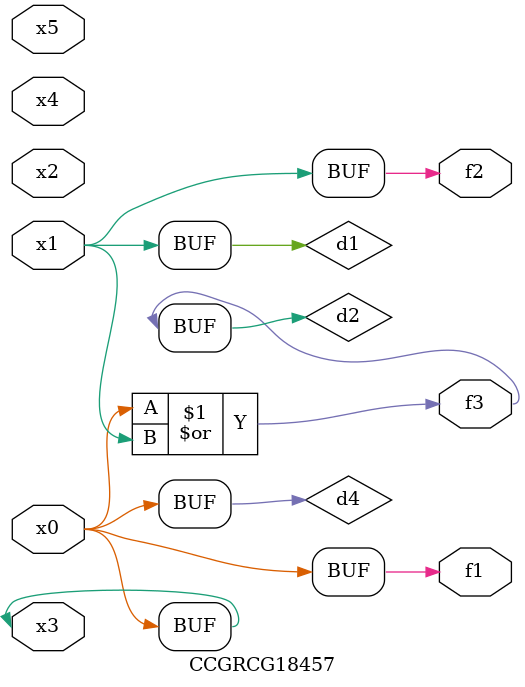
<source format=v>
module CCGRCG18457(
	input x0, x1, x2, x3, x4, x5,
	output f1, f2, f3
);

	wire d1, d2, d3, d4;

	and (d1, x1);
	or (d2, x0, x1);
	nand (d3, x0, x5);
	buf (d4, x0, x3);
	assign f1 = d4;
	assign f2 = d1;
	assign f3 = d2;
endmodule

</source>
